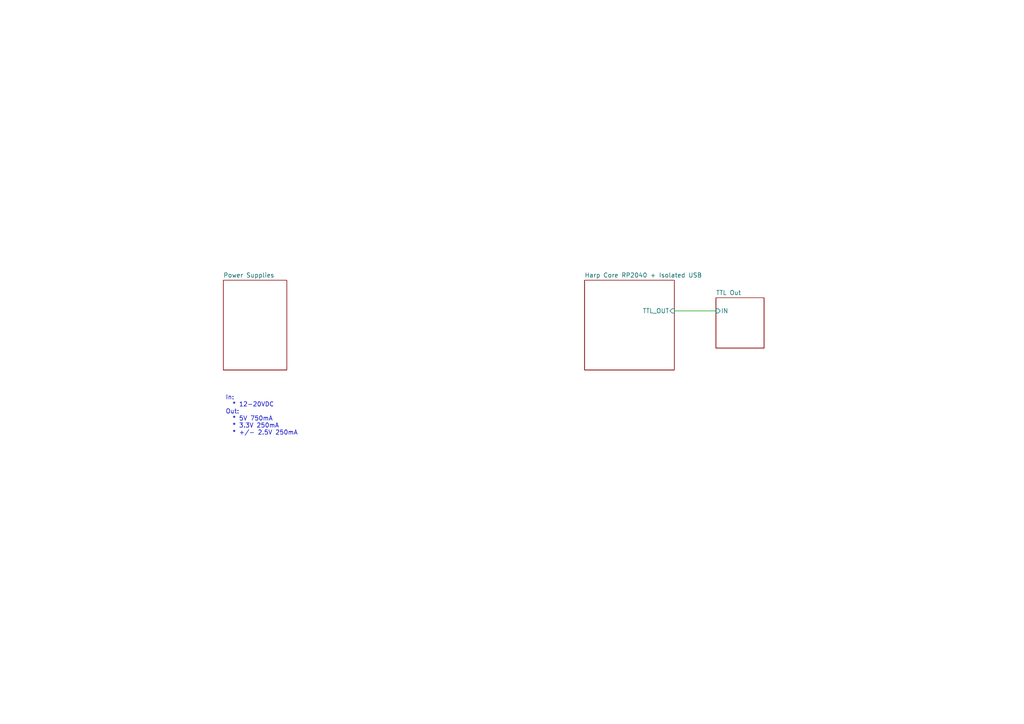
<source format=kicad_sch>
(kicad_sch (version 20230121) (generator eeschema)
  (paper "A4")
  (title_block (title "RENAME THIS TEMPLATE") (date "2023-09-01") (rev "0.1") (company "The Allen Institute"))
  (lib_symbols)
  (wire (pts (xy 195.58 90.17) (xy 207.645 90.17)))
  (text "In:\n  * 12-20VDC\nOut:\n  * 5V 750mA\n  * 3.3V 250mA\n  * +/- 2.5V 250mA" (at 65.405 126.365 0) (effects (font (size 1.27 1.27)) (justify left bottom)))
  (sheet (at 207.645 86.36) (size 13.97 14.605) (stroke (width 0.1524))
    (property "Sheetname" "TTL Out" (at 207.645 85.6484 0) (effects (justify left bottom)))
    (property "Sheetfile" "sma_ttl_out.kicad_sch" (effects hide))
    (pin "IN" input (at 207.645 90.17 180))
  )
  (sheet (at 64.77 81.28) (size 18.415 26.035) (stroke (width 0.1524))
    (property "Sheetname" "Power Supplies" (at 64.77 80.5684 0) (effects (justify left bottom)))
    (property "Sheetfile" "board_power.kicad_sch" (effects hide))
  )
  (sheet (at 169.545 81.28) (size 26.035 26.035) (stroke (width 0.1524))
    (property "Sheetname" "Harp Core RP2040 + Isolated USB" (at 169.545 80.5684 0) (effects (justify left bottom)))
    (property "Sheetfile" "isolated_usb_rp2040.kicad_sch" (effects hide))
    (pin "TTL_OUT" input (at 195.58 90.17 0))
  )
)
</source>
